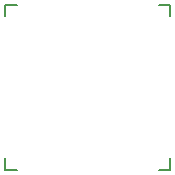
<source format=gbr>
%TF.GenerationSoftware,KiCad,Pcbnew,(5.1.9)-1*%
%TF.CreationDate,2021-03-16T12:24:23-04:00*%
%TF.ProjectId,baby,62616279-2e6b-4696-9361-645f70636258,rev?*%
%TF.SameCoordinates,Original*%
%TF.FileFunction,Legend,Bot*%
%TF.FilePolarity,Positive*%
%FSLAX46Y46*%
G04 Gerber Fmt 4.6, Leading zero omitted, Abs format (unit mm)*
G04 Created by KiCad (PCBNEW (5.1.9)-1) date 2021-03-16 12:24:23*
%MOMM*%
%LPD*%
G01*
G04 APERTURE LIST*
%ADD10C,0.150000*%
G04 APERTURE END LIST*
D10*
%TO.C,K1*%
X50150000Y-56006200D02*
X50150000Y-57006200D01*
X50150000Y-43006200D02*
X51150000Y-43006200D01*
X51150000Y-57006200D02*
X50150000Y-57006200D01*
X50150000Y-43006200D02*
X50150000Y-44006200D01*
X64150000Y-44006200D02*
X64150000Y-43006200D01*
X64150000Y-57006200D02*
X63150000Y-57006200D01*
X63150000Y-43006200D02*
X64150000Y-43006200D01*
X64150000Y-57006200D02*
X64150000Y-56006200D01*
%TD*%
M02*

</source>
